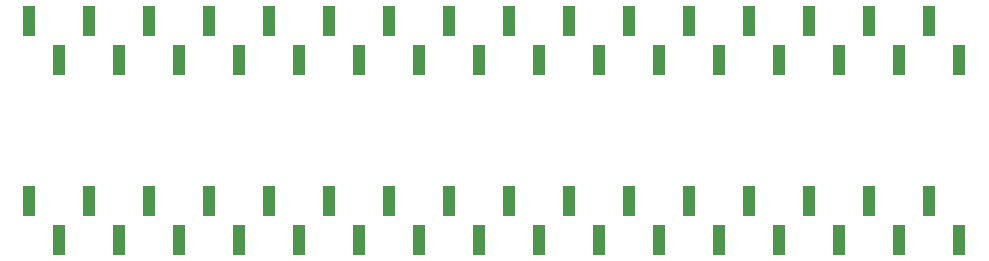
<source format=gbr>
G04 #@! TF.FileFunction,Paste,Bot*
%FSLAX46Y46*%
G04 Gerber Fmt 4.6, Leading zero omitted, Abs format (unit mm)*
G04 Created by KiCad (PCBNEW 4.0.7) date 02/22/18 18:04:52*
%MOMM*%
%LPD*%
G01*
G04 APERTURE LIST*
%ADD10C,0.100000*%
%ADD11R,1.000000X2.510000*%
G04 APERTURE END LIST*
D10*
D11*
X115824000Y-100584000D03*
X120904000Y-100584000D03*
X125984000Y-100584000D03*
X131064000Y-100584000D03*
X136144000Y-100584000D03*
X141224000Y-100584000D03*
X146304000Y-100584000D03*
X151384000Y-100584000D03*
X156464000Y-100584000D03*
X161544000Y-100584000D03*
X166624000Y-100584000D03*
X171704000Y-100584000D03*
X176784000Y-100584000D03*
X181864000Y-100584000D03*
X186944000Y-100584000D03*
X192024000Y-100584000D03*
X118364000Y-103894000D03*
X123444000Y-103894000D03*
X128524000Y-103894000D03*
X133604000Y-103894000D03*
X138684000Y-103894000D03*
X143764000Y-103894000D03*
X148844000Y-103894000D03*
X153924000Y-103894000D03*
X159004000Y-103894000D03*
X164084000Y-103894000D03*
X169164000Y-103894000D03*
X174244000Y-103894000D03*
X179324000Y-103894000D03*
X184404000Y-103894000D03*
X189484000Y-103894000D03*
X194564000Y-103894000D03*
X115824000Y-85344000D03*
X120904000Y-85344000D03*
X125984000Y-85344000D03*
X131064000Y-85344000D03*
X136144000Y-85344000D03*
X141224000Y-85344000D03*
X146304000Y-85344000D03*
X151384000Y-85344000D03*
X156464000Y-85344000D03*
X161544000Y-85344000D03*
X166624000Y-85344000D03*
X171704000Y-85344000D03*
X176784000Y-85344000D03*
X181864000Y-85344000D03*
X186944000Y-85344000D03*
X192024000Y-85344000D03*
X118364000Y-88654000D03*
X123444000Y-88654000D03*
X128524000Y-88654000D03*
X133604000Y-88654000D03*
X138684000Y-88654000D03*
X143764000Y-88654000D03*
X148844000Y-88654000D03*
X153924000Y-88654000D03*
X159004000Y-88654000D03*
X164084000Y-88654000D03*
X169164000Y-88654000D03*
X174244000Y-88654000D03*
X179324000Y-88654000D03*
X184404000Y-88654000D03*
X189484000Y-88654000D03*
X194564000Y-88654000D03*
M02*

</source>
